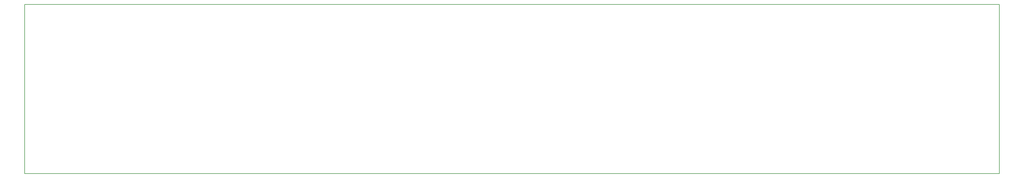
<source format=gm1>
G04 MADE WITH FRITZING*
G04 WWW.FRITZING.ORG*
G04 SINGLE SIDED*
G04 HOLES NOT PLATED*
G04 CONTOUR ON CENTER OF CONTOUR VECTOR*
%ASAXBY*%
%FSLAX23Y23*%
%MOIN*%
%OFA0B0*%
%SFA1.0B1.0*%
%ADD10R,12.401600X2.162500*%
%ADD11C,0.008000*%
%ADD10C,0.008*%
%LNCONTOUR*%
G90*
G70*
G54D10*
G54D11*
X4Y2159D02*
X12398Y2159D01*
X12398Y4D01*
X4Y4D01*
X4Y2159D01*
D02*
G04 End of contour*
M02*
</source>
